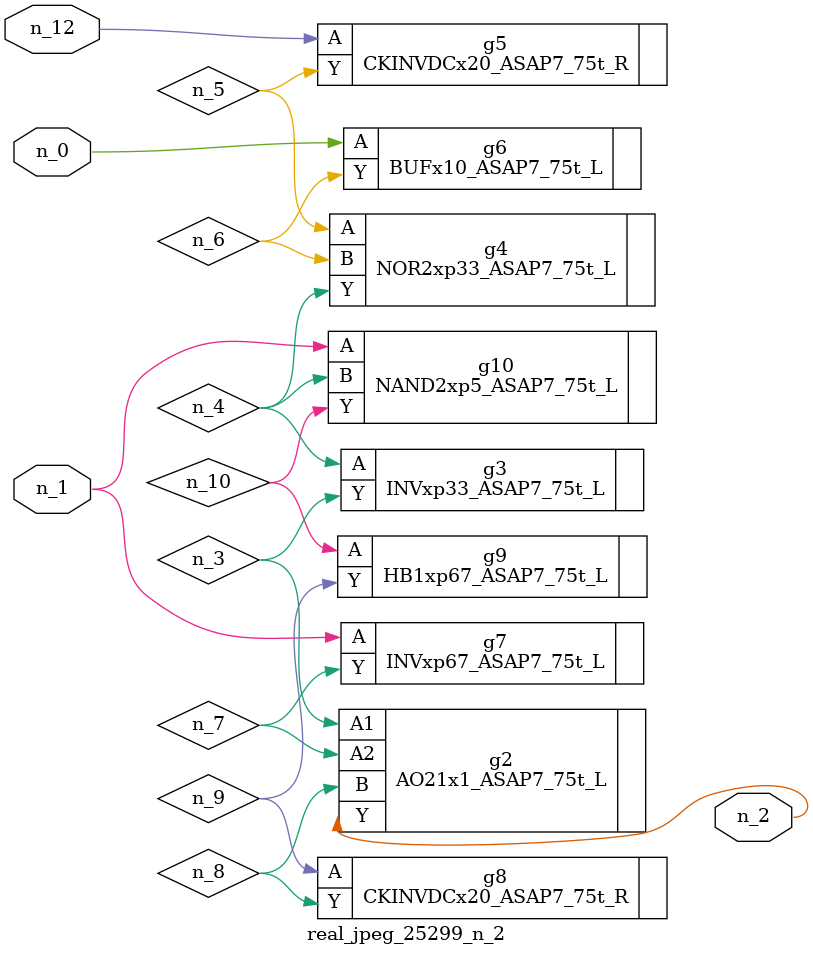
<source format=v>
module real_jpeg_25299_n_2 (n_12, n_1, n_0, n_2);

input n_12;
input n_1;
input n_0;

output n_2;

wire n_5;
wire n_4;
wire n_8;
wire n_6;
wire n_7;
wire n_3;
wire n_10;
wire n_9;

BUFx10_ASAP7_75t_L g6 ( 
.A(n_0),
.Y(n_6)
);

INVxp67_ASAP7_75t_L g7 ( 
.A(n_1),
.Y(n_7)
);

NAND2xp5_ASAP7_75t_L g10 ( 
.A(n_1),
.B(n_4),
.Y(n_10)
);

AO21x1_ASAP7_75t_L g2 ( 
.A1(n_3),
.A2(n_7),
.B(n_8),
.Y(n_2)
);

INVxp33_ASAP7_75t_L g3 ( 
.A(n_4),
.Y(n_3)
);

NOR2xp33_ASAP7_75t_L g4 ( 
.A(n_5),
.B(n_6),
.Y(n_4)
);

CKINVDCx20_ASAP7_75t_R g8 ( 
.A(n_9),
.Y(n_8)
);

HB1xp67_ASAP7_75t_L g9 ( 
.A(n_10),
.Y(n_9)
);

CKINVDCx20_ASAP7_75t_R g5 ( 
.A(n_12),
.Y(n_5)
);


endmodule
</source>
